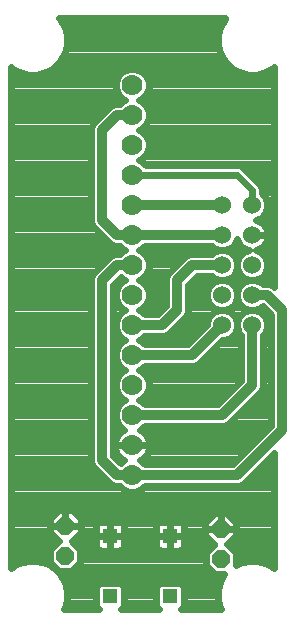
<source format=gbl>
G75*
%MOIN*%
%OFA0B0*%
%FSLAX25Y25*%
%IPPOS*%
%LPD*%
%AMOC8*
5,1,8,0,0,1.08239X$1,22.5*
%
%ADD10C,0.07000*%
%ADD11C,0.06000*%
%ADD12R,0.05150X0.05150*%
%ADD13OC8,0.06000*%
%ADD14C,0.02400*%
%ADD15C,0.03200*%
D10*
X0046705Y0051000D03*
X0046705Y0061000D03*
X0046705Y0071000D03*
X0046705Y0081000D03*
X0046705Y0091000D03*
X0046705Y0101000D03*
X0046705Y0111000D03*
X0046705Y0121000D03*
X0046705Y0131000D03*
X0046705Y0141000D03*
X0046705Y0151000D03*
X0046705Y0161000D03*
X0046705Y0171000D03*
X0046705Y0181000D03*
D11*
X0076705Y0141000D03*
X0076705Y0131000D03*
X0076705Y0121000D03*
X0076705Y0111000D03*
X0076705Y0101000D03*
X0086705Y0101000D03*
X0086705Y0111000D03*
X0086705Y0121000D03*
X0086705Y0131000D03*
X0086705Y0141000D03*
D12*
X0059370Y0030595D03*
X0059370Y0010595D03*
X0039370Y0010595D03*
X0039370Y0030595D03*
D13*
X0024470Y0034025D03*
X0024470Y0024025D03*
X0076265Y0022990D03*
X0076265Y0032990D03*
D14*
X0006200Y0019962D02*
X0006200Y0187038D01*
X0006439Y0186798D01*
X0009061Y0185284D01*
X0011986Y0184501D01*
X0015014Y0184501D01*
X0017939Y0185284D01*
X0020561Y0186798D01*
X0022702Y0188939D01*
X0024216Y0191561D01*
X0024999Y0194486D01*
X0024999Y0197514D01*
X0024216Y0200439D01*
X0022702Y0203061D01*
X0022462Y0203300D01*
X0077743Y0203300D01*
X0077503Y0203061D01*
X0075989Y0200439D01*
X0075206Y0197514D01*
X0075206Y0194486D01*
X0075989Y0191561D01*
X0077503Y0188939D01*
X0079644Y0186798D01*
X0082266Y0185284D01*
X0085191Y0184501D01*
X0088219Y0184501D01*
X0091144Y0185284D01*
X0093766Y0186798D01*
X0094005Y0187038D01*
X0094005Y0113791D01*
X0093744Y0114052D01*
X0092421Y0114600D01*
X0090176Y0114600D01*
X0089537Y0115239D01*
X0087700Y0116000D01*
X0089537Y0116761D01*
X0090944Y0118168D01*
X0091705Y0120005D01*
X0091705Y0121995D01*
X0090944Y0123832D01*
X0089537Y0125239D01*
X0087887Y0125922D01*
X0087923Y0125928D01*
X0088701Y0126181D01*
X0089430Y0126553D01*
X0090093Y0127034D01*
X0090671Y0127612D01*
X0091152Y0128275D01*
X0091524Y0129004D01*
X0091777Y0129782D01*
X0091905Y0130591D01*
X0091905Y0131000D01*
X0091905Y0131409D01*
X0091777Y0132218D01*
X0091524Y0132996D01*
X0091152Y0133725D01*
X0090671Y0134388D01*
X0090093Y0134966D01*
X0089430Y0135447D01*
X0088701Y0135819D01*
X0087923Y0136072D01*
X0087887Y0136078D01*
X0089537Y0136761D01*
X0090944Y0138168D01*
X0091705Y0140005D01*
X0091705Y0141995D01*
X0090944Y0143832D01*
X0089905Y0144871D01*
X0089905Y0146637D01*
X0089418Y0147813D01*
X0084418Y0152813D01*
X0083518Y0153713D01*
X0082342Y0154200D01*
X0051283Y0154200D01*
X0049820Y0155663D01*
X0049006Y0156000D01*
X0049820Y0156337D01*
X0051368Y0157884D01*
X0052205Y0159906D01*
X0052205Y0162094D01*
X0051368Y0164115D01*
X0049820Y0165663D01*
X0049006Y0166000D01*
X0049820Y0166337D01*
X0051368Y0167884D01*
X0052205Y0169906D01*
X0052205Y0172094D01*
X0051368Y0174115D01*
X0049820Y0175663D01*
X0049006Y0176000D01*
X0049820Y0176337D01*
X0051368Y0177884D01*
X0052205Y0179906D01*
X0052205Y0182094D01*
X0051368Y0184115D01*
X0049820Y0185663D01*
X0047799Y0186500D01*
X0045611Y0186500D01*
X0043589Y0185663D01*
X0042042Y0184115D01*
X0041205Y0182094D01*
X0041205Y0179906D01*
X0042042Y0177884D01*
X0043589Y0176337D01*
X0044404Y0176000D01*
X0043589Y0175663D01*
X0042527Y0174600D01*
X0040989Y0174600D01*
X0039666Y0174052D01*
X0034666Y0169052D01*
X0033653Y0168039D01*
X0033105Y0166716D01*
X0033105Y0135284D01*
X0033653Y0133961D01*
X0038653Y0128961D01*
X0039666Y0127948D01*
X0040989Y0127400D01*
X0042527Y0127400D01*
X0043589Y0126337D01*
X0044404Y0126000D01*
X0043589Y0125663D01*
X0042527Y0124600D01*
X0040989Y0124600D01*
X0039666Y0124052D01*
X0038653Y0123039D01*
X0033653Y0118039D01*
X0033105Y0116716D01*
X0033105Y0055284D01*
X0033653Y0053961D01*
X0034666Y0052948D01*
X0039666Y0047948D01*
X0040989Y0047400D01*
X0042527Y0047400D01*
X0043589Y0046337D01*
X0045611Y0045500D01*
X0047799Y0045500D01*
X0049820Y0046337D01*
X0050883Y0047400D01*
X0082421Y0047400D01*
X0083744Y0047948D01*
X0084757Y0048961D01*
X0094005Y0058209D01*
X0094005Y0019962D01*
X0093766Y0020202D01*
X0091144Y0021716D01*
X0088219Y0022499D01*
X0085191Y0022499D01*
X0082266Y0021716D01*
X0081265Y0021137D01*
X0081265Y0025061D01*
X0078477Y0027849D01*
X0081465Y0030836D01*
X0081465Y0032990D01*
X0081465Y0035144D01*
X0078419Y0038190D01*
X0076265Y0038190D01*
X0074111Y0038190D01*
X0071065Y0035144D01*
X0071065Y0032990D01*
X0071065Y0030836D01*
X0074053Y0027849D01*
X0071265Y0025061D01*
X0071265Y0020919D01*
X0074194Y0017990D01*
X0077463Y0017990D01*
X0075989Y0015439D01*
X0075206Y0012514D01*
X0075206Y0009486D01*
X0075989Y0006561D01*
X0076198Y0006200D01*
X0062953Y0006200D01*
X0063945Y0007192D01*
X0063945Y0013998D01*
X0062773Y0015170D01*
X0055967Y0015170D01*
X0054795Y0013998D01*
X0054795Y0007192D01*
X0055787Y0006200D01*
X0042953Y0006200D01*
X0043945Y0007192D01*
X0043945Y0013998D01*
X0042773Y0015170D01*
X0035967Y0015170D01*
X0034795Y0013998D01*
X0034795Y0007192D01*
X0035787Y0006200D01*
X0024007Y0006200D01*
X0024216Y0006561D01*
X0024999Y0009486D01*
X0024999Y0012514D01*
X0024216Y0015439D01*
X0022702Y0018061D01*
X0020561Y0020202D01*
X0017939Y0021716D01*
X0015014Y0022499D01*
X0011986Y0022499D01*
X0009061Y0021716D01*
X0006439Y0020202D01*
X0006200Y0019962D01*
X0006200Y0020498D02*
X0006952Y0020498D01*
X0006200Y0022896D02*
X0019470Y0022896D01*
X0019470Y0021954D02*
X0022399Y0019025D01*
X0026541Y0019025D01*
X0029470Y0021954D01*
X0029470Y0026096D01*
X0026682Y0028884D01*
X0029670Y0031871D01*
X0029670Y0034025D01*
X0029670Y0036179D01*
X0026624Y0039225D01*
X0024470Y0039225D01*
X0022316Y0039225D01*
X0019270Y0036179D01*
X0019270Y0034025D01*
X0019270Y0031871D01*
X0022258Y0028884D01*
X0019470Y0026096D01*
X0019470Y0021954D01*
X0020048Y0020498D02*
X0020926Y0020498D01*
X0022663Y0018099D02*
X0074085Y0018099D01*
X0076141Y0015701D02*
X0024064Y0015701D01*
X0024788Y0013302D02*
X0034795Y0013302D01*
X0034795Y0010904D02*
X0024999Y0010904D01*
X0024736Y0008505D02*
X0034795Y0008505D01*
X0028014Y0020498D02*
X0071686Y0020498D01*
X0071265Y0022896D02*
X0029470Y0022896D01*
X0029470Y0025295D02*
X0071499Y0025295D01*
X0073897Y0027693D02*
X0064135Y0027693D01*
X0064145Y0027731D02*
X0064145Y0030595D01*
X0064145Y0033459D01*
X0063995Y0034019D01*
X0063705Y0034521D01*
X0063296Y0034930D01*
X0062794Y0035220D01*
X0062234Y0035370D01*
X0059370Y0035370D01*
X0056506Y0035370D01*
X0055946Y0035220D01*
X0055444Y0034930D01*
X0055035Y0034521D01*
X0054745Y0034019D01*
X0054595Y0033459D01*
X0054595Y0030595D01*
X0059370Y0030595D01*
X0064145Y0030595D01*
X0059370Y0030595D01*
X0059370Y0030595D01*
X0059370Y0030595D01*
X0059370Y0035370D01*
X0059370Y0030595D01*
X0059370Y0025820D01*
X0062234Y0025820D01*
X0062794Y0025970D01*
X0063296Y0026260D01*
X0063705Y0026669D01*
X0063995Y0027171D01*
X0064145Y0027731D01*
X0064145Y0030092D02*
X0071809Y0030092D01*
X0071065Y0032490D02*
X0064145Y0032490D01*
X0063337Y0034889D02*
X0071065Y0034889D01*
X0071065Y0032990D02*
X0076265Y0032990D01*
X0071065Y0032990D01*
X0073208Y0037287D02*
X0028562Y0037287D01*
X0029670Y0034889D02*
X0035403Y0034889D01*
X0035444Y0034930D02*
X0035035Y0034521D01*
X0034745Y0034019D01*
X0034595Y0033459D01*
X0034595Y0030595D01*
X0039370Y0030595D01*
X0044145Y0030595D01*
X0044145Y0027731D01*
X0043995Y0027171D01*
X0043705Y0026669D01*
X0043296Y0026260D01*
X0042794Y0025970D01*
X0042234Y0025820D01*
X0039370Y0025820D01*
X0039370Y0030595D01*
X0039370Y0030595D01*
X0039370Y0030595D01*
X0039370Y0035370D01*
X0036506Y0035370D01*
X0035946Y0035220D01*
X0035444Y0034930D01*
X0034595Y0032490D02*
X0029670Y0032490D01*
X0029670Y0034025D02*
X0024470Y0034025D01*
X0019270Y0034025D01*
X0024470Y0034025D01*
X0024470Y0034025D01*
X0029670Y0034025D01*
X0027891Y0030092D02*
X0034595Y0030092D01*
X0034595Y0030595D02*
X0034595Y0027731D01*
X0034745Y0027171D01*
X0035035Y0026669D01*
X0035444Y0026260D01*
X0035946Y0025970D01*
X0036506Y0025820D01*
X0039370Y0025820D01*
X0039370Y0030595D01*
X0044145Y0030595D01*
X0044145Y0033459D01*
X0043995Y0034019D01*
X0043705Y0034521D01*
X0043296Y0034930D01*
X0042794Y0035220D01*
X0042234Y0035370D01*
X0039370Y0035370D01*
X0039370Y0030595D01*
X0039370Y0030595D01*
X0039370Y0030595D01*
X0034595Y0030595D01*
X0034605Y0027693D02*
X0027873Y0027693D01*
X0024470Y0034025D02*
X0024470Y0034025D01*
X0024470Y0039225D01*
X0024470Y0034025D01*
X0024470Y0034025D01*
X0024470Y0034889D02*
X0024470Y0034889D01*
X0024470Y0037287D02*
X0024470Y0037287D01*
X0021049Y0030092D02*
X0006200Y0030092D01*
X0006200Y0032490D02*
X0019270Y0032490D01*
X0019270Y0034889D02*
X0006200Y0034889D01*
X0006200Y0037287D02*
X0020378Y0037287D01*
X0021067Y0027693D02*
X0006200Y0027693D01*
X0006200Y0025295D02*
X0019470Y0025295D01*
X0006200Y0039686D02*
X0094005Y0039686D01*
X0094005Y0037287D02*
X0079322Y0037287D01*
X0081465Y0034889D02*
X0094005Y0034889D01*
X0094005Y0032490D02*
X0081465Y0032490D01*
X0081465Y0032990D02*
X0076265Y0032990D01*
X0076265Y0032990D01*
X0076265Y0038190D01*
X0076265Y0032990D01*
X0076265Y0032990D01*
X0081465Y0032990D01*
X0080721Y0030092D02*
X0094005Y0030092D01*
X0094005Y0027693D02*
X0078633Y0027693D01*
X0076265Y0032990D02*
X0076265Y0032990D01*
X0076265Y0034889D02*
X0076265Y0034889D01*
X0076265Y0037287D02*
X0076265Y0037287D01*
X0081031Y0025295D02*
X0094005Y0025295D01*
X0094005Y0022896D02*
X0081265Y0022896D01*
X0075417Y0013302D02*
X0063945Y0013302D01*
X0063945Y0010904D02*
X0075206Y0010904D01*
X0075469Y0008505D02*
X0063945Y0008505D01*
X0054795Y0008505D02*
X0043945Y0008505D01*
X0043945Y0010904D02*
X0054795Y0010904D01*
X0054795Y0013302D02*
X0043945Y0013302D01*
X0044135Y0027693D02*
X0054605Y0027693D01*
X0054595Y0027731D02*
X0054745Y0027171D01*
X0055035Y0026669D01*
X0055444Y0026260D01*
X0055946Y0025970D01*
X0056506Y0025820D01*
X0059370Y0025820D01*
X0059370Y0030595D01*
X0059370Y0030595D01*
X0059370Y0030595D01*
X0054595Y0030595D01*
X0054595Y0027731D01*
X0054595Y0030092D02*
X0044145Y0030092D01*
X0044145Y0032490D02*
X0054595Y0032490D01*
X0055403Y0034889D02*
X0043337Y0034889D01*
X0039370Y0034889D02*
X0039370Y0034889D01*
X0039370Y0032490D02*
X0039370Y0032490D01*
X0039370Y0030092D02*
X0039370Y0030092D01*
X0039370Y0027693D02*
X0039370Y0027693D01*
X0043046Y0046881D02*
X0006200Y0046881D01*
X0006200Y0044483D02*
X0094005Y0044483D01*
X0094005Y0046881D02*
X0050364Y0046881D01*
X0050883Y0054600D02*
X0049820Y0055663D01*
X0049249Y0055899D01*
X0049692Y0056125D01*
X0050418Y0056652D01*
X0051053Y0057287D01*
X0051580Y0058013D01*
X0051987Y0058812D01*
X0052265Y0059665D01*
X0052405Y0060551D01*
X0052405Y0061000D01*
X0052405Y0061449D01*
X0052265Y0062335D01*
X0051987Y0063188D01*
X0051580Y0063987D01*
X0051053Y0064713D01*
X0050418Y0065348D01*
X0049692Y0065875D01*
X0049249Y0066101D01*
X0049820Y0066337D01*
X0050883Y0067400D01*
X0077421Y0067400D01*
X0078744Y0067948D01*
X0088744Y0077948D01*
X0089757Y0078961D01*
X0090305Y0080284D01*
X0090305Y0097529D01*
X0090944Y0098168D01*
X0091705Y0100005D01*
X0091705Y0101995D01*
X0090944Y0103832D01*
X0089537Y0105239D01*
X0087700Y0106000D01*
X0085710Y0106000D01*
X0083873Y0105239D01*
X0082466Y0103832D01*
X0081705Y0101995D01*
X0080944Y0103832D01*
X0079537Y0105239D01*
X0077700Y0106000D01*
X0079537Y0106761D01*
X0080944Y0108168D01*
X0081705Y0110005D01*
X0081705Y0111995D01*
X0080944Y0113832D01*
X0079537Y0115239D01*
X0077700Y0116000D01*
X0075710Y0116000D01*
X0073873Y0115239D01*
X0072466Y0113832D01*
X0071705Y0111995D01*
X0071705Y0110005D01*
X0072466Y0108168D01*
X0073873Y0106761D01*
X0075710Y0106000D01*
X0077700Y0106000D01*
X0075710Y0106000D01*
X0073873Y0105239D01*
X0072466Y0103832D01*
X0071705Y0101995D01*
X0071705Y0101091D01*
X0065214Y0094600D01*
X0050883Y0094600D01*
X0049820Y0095663D01*
X0049006Y0096000D01*
X0049820Y0096337D01*
X0050883Y0097400D01*
X0057421Y0097400D01*
X0058744Y0097948D01*
X0059757Y0098961D01*
X0064757Y0103961D01*
X0065305Y0105284D01*
X0065305Y0114509D01*
X0068196Y0117400D01*
X0073234Y0117400D01*
X0073873Y0116761D01*
X0075710Y0116000D01*
X0077700Y0116000D01*
X0079537Y0116761D01*
X0080944Y0118168D01*
X0081705Y0120005D01*
X0082466Y0118168D01*
X0083873Y0116761D01*
X0085710Y0116000D01*
X0087700Y0116000D01*
X0085710Y0116000D01*
X0083873Y0115239D01*
X0082466Y0113832D01*
X0081705Y0111995D01*
X0081705Y0110005D01*
X0082466Y0108168D01*
X0083873Y0106761D01*
X0085710Y0106000D01*
X0087700Y0106000D01*
X0089537Y0106761D01*
X0090176Y0107400D01*
X0090214Y0107400D01*
X0093105Y0104509D01*
X0093105Y0067491D01*
X0080214Y0054600D01*
X0050883Y0054600D01*
X0050175Y0056475D02*
X0082089Y0056475D01*
X0084488Y0058874D02*
X0052007Y0058874D01*
X0052405Y0061000D02*
X0046705Y0061000D01*
X0052405Y0061000D01*
X0052405Y0061272D02*
X0086886Y0061272D01*
X0089285Y0063671D02*
X0051741Y0063671D01*
X0049311Y0066069D02*
X0091683Y0066069D01*
X0093105Y0068468D02*
X0079264Y0068468D01*
X0081663Y0070866D02*
X0093105Y0070866D01*
X0093105Y0073265D02*
X0084061Y0073265D01*
X0086460Y0075663D02*
X0093105Y0075663D01*
X0093105Y0078062D02*
X0088858Y0078062D01*
X0090305Y0080460D02*
X0093105Y0080460D01*
X0093105Y0082859D02*
X0090305Y0082859D01*
X0090305Y0085257D02*
X0093105Y0085257D01*
X0093105Y0087656D02*
X0090305Y0087656D01*
X0090305Y0090055D02*
X0093105Y0090055D01*
X0093105Y0092453D02*
X0090305Y0092453D01*
X0090305Y0094852D02*
X0093105Y0094852D01*
X0093105Y0097250D02*
X0090305Y0097250D01*
X0091557Y0099649D02*
X0093105Y0099649D01*
X0093105Y0102047D02*
X0091683Y0102047D01*
X0090330Y0104446D02*
X0093105Y0104446D01*
X0090770Y0106844D02*
X0089620Y0106844D01*
X0093757Y0114040D02*
X0094005Y0114040D01*
X0094005Y0116438D02*
X0088757Y0116438D01*
X0091221Y0118837D02*
X0094005Y0118837D01*
X0094005Y0121235D02*
X0091705Y0121235D01*
X0091026Y0123634D02*
X0094005Y0123634D01*
X0094005Y0126032D02*
X0088243Y0126032D01*
X0085523Y0125922D02*
X0083873Y0125239D01*
X0082466Y0123832D01*
X0081705Y0121995D01*
X0081705Y0120005D01*
X0081705Y0121995D01*
X0080944Y0123832D01*
X0079537Y0125239D01*
X0077700Y0126000D01*
X0079537Y0126761D01*
X0080944Y0128168D01*
X0081627Y0129818D01*
X0081633Y0129782D01*
X0081886Y0129004D01*
X0082258Y0128275D01*
X0082739Y0127612D01*
X0083317Y0127034D01*
X0083980Y0126553D01*
X0084709Y0126181D01*
X0085487Y0125928D01*
X0085523Y0125922D01*
X0085167Y0126032D02*
X0077777Y0126032D01*
X0077700Y0126000D02*
X0075710Y0126000D01*
X0073873Y0126761D01*
X0073234Y0127400D01*
X0050883Y0127400D01*
X0049820Y0126337D01*
X0049006Y0126000D01*
X0049820Y0125663D01*
X0051368Y0124115D01*
X0052205Y0122094D01*
X0052205Y0119906D01*
X0051368Y0117884D01*
X0049820Y0116337D01*
X0049006Y0116000D01*
X0049820Y0115663D01*
X0051368Y0114115D01*
X0052205Y0112094D01*
X0052205Y0109906D01*
X0051368Y0107884D01*
X0049820Y0106337D01*
X0049006Y0106000D01*
X0049820Y0105663D01*
X0050883Y0104600D01*
X0055214Y0104600D01*
X0058105Y0107491D01*
X0058105Y0116716D01*
X0058653Y0118039D01*
X0059666Y0119052D01*
X0059666Y0119052D01*
X0064666Y0124052D01*
X0065989Y0124600D01*
X0073234Y0124600D01*
X0073873Y0125239D01*
X0075710Y0126000D01*
X0077700Y0126000D01*
X0075633Y0126032D02*
X0049084Y0126032D01*
X0051567Y0123634D02*
X0064248Y0123634D01*
X0061849Y0121235D02*
X0052205Y0121235D01*
X0051762Y0118837D02*
X0059450Y0118837D01*
X0058105Y0116438D02*
X0049921Y0116438D01*
X0051399Y0114040D02*
X0058105Y0114040D01*
X0058105Y0111641D02*
X0052205Y0111641D01*
X0051930Y0109243D02*
X0058105Y0109243D01*
X0057458Y0106844D02*
X0050327Y0106844D01*
X0050733Y0097250D02*
X0067864Y0097250D01*
X0070262Y0099649D02*
X0060445Y0099649D01*
X0062843Y0102047D02*
X0071727Y0102047D01*
X0073080Y0104446D02*
X0064958Y0104446D01*
X0065305Y0106844D02*
X0073790Y0106844D01*
X0072021Y0109243D02*
X0065305Y0109243D01*
X0065305Y0111641D02*
X0071705Y0111641D01*
X0072674Y0114040D02*
X0065305Y0114040D01*
X0067234Y0116438D02*
X0074653Y0116438D01*
X0078757Y0116438D02*
X0084653Y0116438D01*
X0082674Y0114040D02*
X0080736Y0114040D01*
X0081705Y0111641D02*
X0081705Y0111641D01*
X0081389Y0109243D02*
X0082021Y0109243D01*
X0083790Y0106844D02*
X0079620Y0106844D01*
X0080330Y0104446D02*
X0083080Y0104446D01*
X0081727Y0102047D02*
X0081683Y0102047D01*
X0081705Y0101995D02*
X0081705Y0100005D01*
X0080944Y0098168D01*
X0079537Y0096761D01*
X0077700Y0096000D01*
X0076796Y0096000D01*
X0069757Y0088961D01*
X0068744Y0087948D01*
X0067421Y0087400D01*
X0050883Y0087400D01*
X0049820Y0086337D01*
X0049006Y0086000D01*
X0049820Y0085663D01*
X0051368Y0084115D01*
X0052205Y0082094D01*
X0052205Y0079906D01*
X0051368Y0077884D01*
X0049820Y0076337D01*
X0049006Y0076000D01*
X0049820Y0075663D01*
X0050883Y0074600D01*
X0075214Y0074600D01*
X0083105Y0082491D01*
X0083105Y0097529D01*
X0082466Y0098168D01*
X0081705Y0100005D01*
X0081705Y0101995D01*
X0081557Y0099649D02*
X0081853Y0099649D01*
X0083105Y0097250D02*
X0080026Y0097250D01*
X0083105Y0094852D02*
X0075648Y0094852D01*
X0073249Y0092453D02*
X0083105Y0092453D01*
X0083105Y0090055D02*
X0070851Y0090055D01*
X0068039Y0087656D02*
X0083105Y0087656D01*
X0083105Y0085257D02*
X0050226Y0085257D01*
X0051888Y0082859D02*
X0083105Y0082859D01*
X0081074Y0080460D02*
X0052205Y0080460D01*
X0051441Y0078062D02*
X0078676Y0078062D01*
X0076277Y0075663D02*
X0049819Y0075663D01*
X0044404Y0076000D02*
X0043589Y0075663D01*
X0042042Y0074115D01*
X0041205Y0072094D01*
X0041205Y0069906D01*
X0042042Y0067884D01*
X0043589Y0066337D01*
X0044161Y0066101D01*
X0043718Y0065875D01*
X0042992Y0065348D01*
X0042357Y0064713D01*
X0041830Y0063987D01*
X0041423Y0063188D01*
X0041145Y0062335D01*
X0041005Y0061449D01*
X0041005Y0061000D01*
X0046705Y0061000D01*
X0046705Y0061000D01*
X0046705Y0061000D01*
X0041005Y0061000D01*
X0041005Y0060551D01*
X0041145Y0059665D01*
X0041423Y0058812D01*
X0041830Y0058013D01*
X0042357Y0057287D01*
X0042992Y0056652D01*
X0043718Y0056125D01*
X0044161Y0055899D01*
X0043589Y0055663D01*
X0042861Y0054935D01*
X0040305Y0057491D01*
X0040305Y0114509D01*
X0042861Y0117065D01*
X0043589Y0116337D01*
X0044404Y0116000D01*
X0043589Y0115663D01*
X0042042Y0114115D01*
X0041205Y0112094D01*
X0041205Y0109906D01*
X0042042Y0107884D01*
X0043589Y0106337D01*
X0044404Y0106000D01*
X0043589Y0105663D01*
X0042042Y0104115D01*
X0041205Y0102094D01*
X0041205Y0099906D01*
X0042042Y0097884D01*
X0043589Y0096337D01*
X0044404Y0096000D01*
X0043589Y0095663D01*
X0042042Y0094115D01*
X0041205Y0092094D01*
X0041205Y0089906D01*
X0042042Y0087884D01*
X0043589Y0086337D01*
X0044404Y0086000D01*
X0043589Y0085663D01*
X0042042Y0084115D01*
X0041205Y0082094D01*
X0041205Y0079906D01*
X0042042Y0077884D01*
X0043589Y0076337D01*
X0044404Y0076000D01*
X0043591Y0075663D02*
X0040305Y0075663D01*
X0040305Y0078062D02*
X0041969Y0078062D01*
X0041205Y0080460D02*
X0040305Y0080460D01*
X0040305Y0082859D02*
X0041522Y0082859D01*
X0040305Y0085257D02*
X0043184Y0085257D01*
X0042271Y0087656D02*
X0040305Y0087656D01*
X0040305Y0090055D02*
X0041205Y0090055D01*
X0041354Y0092453D02*
X0040305Y0092453D01*
X0040305Y0094852D02*
X0042778Y0094852D01*
X0042677Y0097250D02*
X0040305Y0097250D01*
X0040305Y0099649D02*
X0041312Y0099649D01*
X0041205Y0102047D02*
X0040305Y0102047D01*
X0040305Y0104446D02*
X0042372Y0104446D01*
X0043083Y0106844D02*
X0040305Y0106844D01*
X0040305Y0109243D02*
X0041480Y0109243D01*
X0041205Y0111641D02*
X0040305Y0111641D01*
X0040305Y0114040D02*
X0042011Y0114040D01*
X0042234Y0116438D02*
X0043489Y0116438D01*
X0039247Y0123634D02*
X0006200Y0123634D01*
X0006200Y0126032D02*
X0044326Y0126032D01*
X0039183Y0128431D02*
X0006200Y0128431D01*
X0006200Y0130829D02*
X0036785Y0130829D01*
X0034386Y0133228D02*
X0006200Y0133228D01*
X0006200Y0135626D02*
X0033105Y0135626D01*
X0033105Y0138025D02*
X0006200Y0138025D01*
X0006200Y0140423D02*
X0033105Y0140423D01*
X0033105Y0142822D02*
X0006200Y0142822D01*
X0006200Y0145220D02*
X0033105Y0145220D01*
X0033105Y0147619D02*
X0006200Y0147619D01*
X0006200Y0150017D02*
X0033105Y0150017D01*
X0033105Y0152416D02*
X0006200Y0152416D01*
X0006200Y0154814D02*
X0033105Y0154814D01*
X0033105Y0157213D02*
X0006200Y0157213D01*
X0006200Y0159611D02*
X0033105Y0159611D01*
X0033105Y0162010D02*
X0006200Y0162010D01*
X0006200Y0164408D02*
X0033105Y0164408D01*
X0033143Y0166807D02*
X0006200Y0166807D01*
X0006200Y0169205D02*
X0034819Y0169205D01*
X0037218Y0171604D02*
X0006200Y0171604D01*
X0006200Y0174002D02*
X0039616Y0174002D01*
X0041663Y0178799D02*
X0006200Y0178799D01*
X0006200Y0176401D02*
X0043526Y0176401D01*
X0041205Y0181198D02*
X0006200Y0181198D01*
X0006200Y0183596D02*
X0041827Y0183596D01*
X0044392Y0185995D02*
X0019169Y0185995D01*
X0022156Y0188393D02*
X0078049Y0188393D01*
X0076434Y0190792D02*
X0023771Y0190792D01*
X0024652Y0193190D02*
X0075553Y0193190D01*
X0075206Y0195589D02*
X0024999Y0195589D01*
X0024872Y0197988D02*
X0075333Y0197988D01*
X0075975Y0200386D02*
X0024230Y0200386D01*
X0022861Y0202785D02*
X0077344Y0202785D01*
X0081036Y0185995D02*
X0049018Y0185995D01*
X0051583Y0183596D02*
X0094005Y0183596D01*
X0094005Y0181198D02*
X0052205Y0181198D01*
X0051747Y0178799D02*
X0094005Y0178799D01*
X0094005Y0176401D02*
X0049884Y0176401D01*
X0051415Y0174002D02*
X0094005Y0174002D01*
X0094005Y0171604D02*
X0052205Y0171604D01*
X0051915Y0169205D02*
X0094005Y0169205D01*
X0094005Y0166807D02*
X0050290Y0166807D01*
X0051075Y0164408D02*
X0094005Y0164408D01*
X0094005Y0162010D02*
X0052205Y0162010D01*
X0052083Y0159611D02*
X0094005Y0159611D01*
X0094005Y0157213D02*
X0050696Y0157213D01*
X0050669Y0154814D02*
X0094005Y0154814D01*
X0094005Y0152416D02*
X0084815Y0152416D01*
X0087213Y0150017D02*
X0094005Y0150017D01*
X0094005Y0147619D02*
X0089498Y0147619D01*
X0089905Y0145220D02*
X0094005Y0145220D01*
X0094005Y0142822D02*
X0091362Y0142822D01*
X0091705Y0140423D02*
X0094005Y0140423D01*
X0094005Y0138025D02*
X0090801Y0138025D01*
X0089080Y0135626D02*
X0094005Y0135626D01*
X0094005Y0133228D02*
X0091406Y0133228D01*
X0091905Y0131000D02*
X0086705Y0131000D01*
X0086705Y0131000D01*
X0091905Y0131000D01*
X0091905Y0130829D02*
X0094005Y0130829D01*
X0094005Y0128431D02*
X0091232Y0128431D01*
X0086705Y0141000D02*
X0086705Y0146000D01*
X0081705Y0151000D01*
X0046705Y0151000D01*
X0036849Y0121235D02*
X0006200Y0121235D01*
X0006200Y0118837D02*
X0034450Y0118837D01*
X0033105Y0116438D02*
X0006200Y0116438D01*
X0006200Y0114040D02*
X0033105Y0114040D01*
X0033105Y0111641D02*
X0006200Y0111641D01*
X0006200Y0109243D02*
X0033105Y0109243D01*
X0033105Y0106844D02*
X0006200Y0106844D01*
X0006200Y0104446D02*
X0033105Y0104446D01*
X0033105Y0102047D02*
X0006200Y0102047D01*
X0006200Y0099649D02*
X0033105Y0099649D01*
X0033105Y0097250D02*
X0006200Y0097250D01*
X0006200Y0094852D02*
X0033105Y0094852D01*
X0033105Y0092453D02*
X0006200Y0092453D01*
X0006200Y0090055D02*
X0033105Y0090055D01*
X0033105Y0087656D02*
X0006200Y0087656D01*
X0006200Y0085257D02*
X0033105Y0085257D01*
X0033105Y0082859D02*
X0006200Y0082859D01*
X0006200Y0080460D02*
X0033105Y0080460D01*
X0033105Y0078062D02*
X0006200Y0078062D01*
X0006200Y0075663D02*
X0033105Y0075663D01*
X0033105Y0073265D02*
X0006200Y0073265D01*
X0006200Y0070866D02*
X0033105Y0070866D01*
X0033105Y0068468D02*
X0006200Y0068468D01*
X0006200Y0066069D02*
X0033105Y0066069D01*
X0033105Y0063671D02*
X0006200Y0063671D01*
X0006200Y0061272D02*
X0033105Y0061272D01*
X0033105Y0058874D02*
X0006200Y0058874D01*
X0006200Y0056475D02*
X0033105Y0056475D01*
X0033605Y0054077D02*
X0006200Y0054077D01*
X0006200Y0051678D02*
X0035935Y0051678D01*
X0038334Y0049280D02*
X0006200Y0049280D01*
X0006200Y0042084D02*
X0094005Y0042084D01*
X0094005Y0049280D02*
X0085076Y0049280D01*
X0087474Y0051678D02*
X0094005Y0051678D01*
X0094005Y0054077D02*
X0089873Y0054077D01*
X0092271Y0056475D02*
X0094005Y0056475D01*
X0094005Y0020498D02*
X0093253Y0020498D01*
X0059370Y0027693D02*
X0059370Y0027693D01*
X0059370Y0030092D02*
X0059370Y0030092D01*
X0059370Y0032490D02*
X0059370Y0032490D01*
X0059370Y0034889D02*
X0059370Y0034889D01*
X0043235Y0056475D02*
X0041321Y0056475D01*
X0041402Y0058874D02*
X0040305Y0058874D01*
X0040305Y0061272D02*
X0041005Y0061272D01*
X0041669Y0063671D02*
X0040305Y0063671D01*
X0040305Y0066069D02*
X0044099Y0066069D01*
X0041801Y0068468D02*
X0040305Y0068468D01*
X0040305Y0070866D02*
X0041205Y0070866D01*
X0041690Y0073265D02*
X0040305Y0073265D01*
X0050632Y0094852D02*
X0065465Y0094852D01*
X0081221Y0118837D02*
X0082189Y0118837D01*
X0081705Y0121235D02*
X0081705Y0121235D01*
X0081026Y0123634D02*
X0082384Y0123634D01*
X0082178Y0128431D02*
X0081053Y0128431D01*
X0092374Y0185995D02*
X0094005Y0185995D01*
X0007831Y0185995D02*
X0006200Y0185995D01*
D15*
X0036705Y0166000D02*
X0036705Y0136000D01*
X0041705Y0131000D01*
X0046705Y0131000D01*
X0076705Y0131000D01*
X0076705Y0121000D02*
X0066705Y0121000D01*
X0061705Y0116000D01*
X0061705Y0106000D01*
X0056705Y0101000D01*
X0046705Y0101000D01*
X0046705Y0091000D02*
X0066705Y0091000D01*
X0076705Y0101000D01*
X0086705Y0101000D02*
X0086705Y0081000D01*
X0076705Y0071000D01*
X0046705Y0071000D01*
X0036705Y0056000D02*
X0041705Y0051000D01*
X0046705Y0051000D01*
X0081705Y0051000D01*
X0096705Y0066000D01*
X0096705Y0106000D01*
X0091705Y0111000D01*
X0086705Y0111000D01*
X0076705Y0141000D02*
X0046705Y0141000D01*
X0046705Y0121000D02*
X0041705Y0121000D01*
X0036705Y0116000D01*
X0036705Y0056000D01*
X0036705Y0166000D02*
X0041705Y0171000D01*
X0046705Y0171000D01*
M02*

</source>
